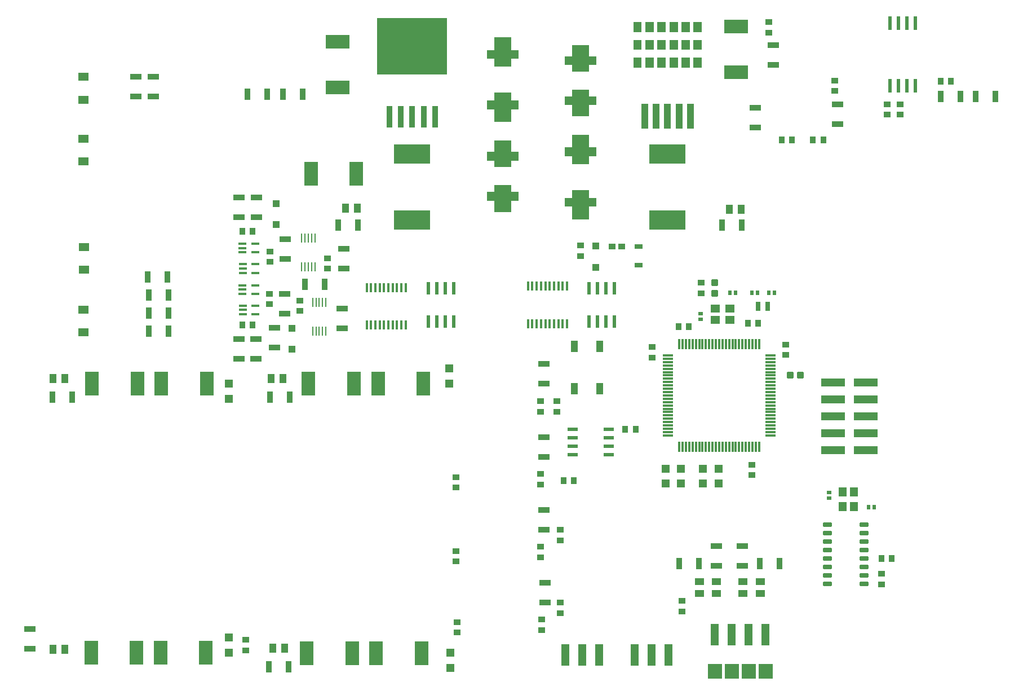
<source format=gbr>
%TF.GenerationSoftware,Altium Limited,Altium Designer,22.2.1 (43)*%
G04 Layer_Color=8421504*
%FSLAX44Y44*%
%MOMM*%
%TF.SameCoordinates,040CE2E0-B857-4D47-B26F-9B72162B56B4*%
%TF.FilePolarity,Positive*%
%TF.FileFunction,Paste,Top*%
%TF.Part,Single*%
G01*
G75*
%TA.AperFunction,SMDPad,CuDef*%
%ADD10R,0.3556X1.4732*%
G04:AMPARAMS|DCode=11|XSize=0.28mm|YSize=1.56mm|CornerRadius=0.035mm|HoleSize=0mm|Usage=FLASHONLY|Rotation=270.000|XOffset=0mm|YOffset=0mm|HoleType=Round|Shape=RoundedRectangle|*
%AMROUNDEDRECTD11*
21,1,0.2800,1.4900,0,0,270.0*
21,1,0.2100,1.5600,0,0,270.0*
1,1,0.0700,-0.7450,-0.1050*
1,1,0.0700,-0.7450,0.1050*
1,1,0.0700,0.7450,0.1050*
1,1,0.0700,0.7450,-0.1050*
%
%ADD11ROUNDEDRECTD11*%
G04:AMPARAMS|DCode=12|XSize=1.56mm|YSize=0.28mm|CornerRadius=0.035mm|HoleSize=0mm|Usage=FLASHONLY|Rotation=270.000|XOffset=0mm|YOffset=0mm|HoleType=Round|Shape=RoundedRectangle|*
%AMROUNDEDRECTD12*
21,1,1.5600,0.2100,0,0,270.0*
21,1,1.4900,0.2800,0,0,270.0*
1,1,0.0700,-0.1050,-0.7450*
1,1,0.0700,-0.1050,0.7450*
1,1,0.0700,0.1050,0.7450*
1,1,0.0700,0.1050,-0.7450*
%
%ADD12ROUNDEDRECTD12*%
%TA.AperFunction,ConnectorPad*%
%ADD13R,1.2700X3.1750*%
%TA.AperFunction,SMDPad,CuDef*%
%ADD14R,1.1000X1.4500*%
%ADD15R,1.2000X0.8000*%
%ADD16R,0.9800X0.9200*%
%ADD17R,1.0900X1.0800*%
%ADD18R,1.0000X0.9700*%
%ADD19R,1.2700X3.1800*%
%ADD20R,1.0000X1.7000*%
%ADD21R,0.5588X1.9812*%
%ADD22R,0.9200X0.9800*%
%ADD23R,1.1500X1.1500*%
%ADD24R,1.7300X0.9700*%
%ADD25R,0.2800X1.4700*%
%ADD26R,0.9700X1.7300*%
G04:AMPARAMS|DCode=27|XSize=1.19mm|YSize=0.4mm|CornerRadius=0.05mm|HoleSize=0mm|Usage=FLASHONLY|Rotation=0.000|XOffset=0mm|YOffset=0mm|HoleType=Round|Shape=RoundedRectangle|*
%AMROUNDEDRECTD27*
21,1,1.1900,0.3000,0,0,0.0*
21,1,1.0900,0.4000,0,0,0.0*
1,1,0.1000,0.5450,-0.1500*
1,1,0.1000,-0.5450,-0.1500*
1,1,0.1000,-0.5450,0.1500*
1,1,0.1000,0.5450,0.1500*
%
%ADD27ROUNDEDRECTD27*%
%ADD28R,0.5700X2.0200*%
%ADD29R,5.4000X2.9000*%
%ADD30R,2.0000X3.6000*%
%ADD32R,3.6000X2.0000*%
%ADD33R,0.6400X0.6000*%
%ADD34R,0.6000X0.6400*%
G04:AMPARAMS|DCode=35|XSize=0.94mm|YSize=1.02mm|CornerRadius=0.094mm|HoleSize=0mm|Usage=FLASHONLY|Rotation=270.000|XOffset=0mm|YOffset=0mm|HoleType=Round|Shape=RoundedRectangle|*
%AMROUNDEDRECTD35*
21,1,0.9400,0.8320,0,0,270.0*
21,1,0.7520,1.0200,0,0,270.0*
1,1,0.1880,-0.4160,-0.3760*
1,1,0.1880,-0.4160,0.3760*
1,1,0.1880,0.4160,0.3760*
1,1,0.1880,0.4160,-0.3760*
%
%ADD35ROUNDEDRECTD35*%
%ADD36R,0.7500X1.4000*%
G04:AMPARAMS|DCode=37|XSize=0.94mm|YSize=1.02mm|CornerRadius=0.094mm|HoleSize=0mm|Usage=FLASHONLY|Rotation=180.000|XOffset=0mm|YOffset=0mm|HoleType=Round|Shape=RoundedRectangle|*
%AMROUNDEDRECTD37*
21,1,0.9400,0.8320,0,0,180.0*
21,1,0.7520,1.0200,0,0,180.0*
1,1,0.1880,-0.3760,0.4160*
1,1,0.1880,0.3760,0.4160*
1,1,0.1880,0.3760,-0.4160*
1,1,0.1880,-0.3760,-0.4160*
%
%ADD37ROUNDEDRECTD37*%
%ADD38R,3.6800X1.2700*%
%ADD39R,1.2000X1.4000*%
G04:AMPARAMS|DCode=40|XSize=1.31mm|YSize=0.62mm|CornerRadius=0.0775mm|HoleSize=0mm|Usage=FLASHONLY|Rotation=180.000|XOffset=0mm|YOffset=0mm|HoleType=Round|Shape=RoundedRectangle|*
%AMROUNDEDRECTD40*
21,1,1.3100,0.4650,0,0,180.0*
21,1,1.1550,0.6200,0,0,180.0*
1,1,0.1550,-0.5775,0.2325*
1,1,0.1550,0.5775,0.2325*
1,1,0.1550,0.5775,-0.2325*
1,1,0.1550,-0.5775,-0.2325*
%
%ADD40ROUNDEDRECTD40*%
%ADD41R,1.5600X0.6200*%
%ADD42R,0.9900X3.7900*%
%ADD46R,1.5000X1.2500*%
%ADD47R,1.1500X1.1500*%
%ADD48R,1.4500X1.1000*%
%ADD49R,1.4000X1.2000*%
%ADD148R,0.9000X3.3000*%
%ADD149R,10.6000X8.5000*%
G36*
X1287210Y1234410D02*
X1274710D01*
Y1249610D01*
X1287210D01*
Y1234410D01*
D02*
G37*
G36*
X1269110D02*
X1256610D01*
Y1249610D01*
X1269110D01*
Y1234410D01*
D02*
G37*
G36*
X1251010D02*
X1238510D01*
Y1249610D01*
X1251010D01*
Y1234410D01*
D02*
G37*
G36*
X1232910D02*
X1220410D01*
Y1249610D01*
X1232910D01*
Y1234410D01*
D02*
G37*
G36*
X1214810D02*
X1202310D01*
Y1249610D01*
X1214810D01*
Y1234410D01*
D02*
G37*
G36*
X1196710D02*
X1184210D01*
Y1249610D01*
X1196710D01*
Y1234410D01*
D02*
G37*
G36*
X1287210Y1208110D02*
X1274710D01*
Y1223310D01*
X1287210D01*
Y1208110D01*
D02*
G37*
G36*
X1269110D02*
X1256610D01*
Y1223310D01*
X1269110D01*
Y1208110D01*
D02*
G37*
G36*
X1251010D02*
X1238510D01*
Y1223310D01*
X1251010D01*
Y1208110D01*
D02*
G37*
G36*
X1232910D02*
X1220410D01*
Y1223310D01*
X1232910D01*
Y1208110D01*
D02*
G37*
G36*
X1214810D02*
X1202310D01*
Y1223310D01*
X1214810D01*
Y1208110D01*
D02*
G37*
G36*
X1196710D02*
X1184210D01*
Y1223310D01*
X1196710D01*
Y1208110D01*
D02*
G37*
G36*
X1000560Y1207920D02*
X1011560D01*
Y1194920D01*
X1000560D01*
Y1182920D01*
X975560D01*
Y1194920D01*
X964560D01*
Y1207920D01*
X975560D01*
Y1226920D01*
X1000560D01*
Y1207920D01*
D02*
G37*
G36*
X1287210Y1181810D02*
X1274710D01*
Y1197010D01*
X1287210D01*
Y1181810D01*
D02*
G37*
G36*
X1269110D02*
X1256610D01*
Y1197010D01*
X1269110D01*
Y1181810D01*
D02*
G37*
G36*
X1251010D02*
X1238510D01*
Y1197010D01*
X1251010D01*
Y1181810D01*
D02*
G37*
G36*
X1232910D02*
X1220410D01*
Y1197010D01*
X1232910D01*
Y1181810D01*
D02*
G37*
G36*
X1214810D02*
X1202310D01*
Y1197010D01*
X1214810D01*
Y1181810D01*
D02*
G37*
G36*
X1196710D02*
X1184210D01*
Y1197010D01*
X1196710D01*
Y1181810D01*
D02*
G37*
G36*
X1117400Y1198550D02*
X1128400D01*
Y1185550D01*
X1117400D01*
Y1175550D01*
X1092400D01*
Y1185550D01*
X1081400D01*
Y1198550D01*
X1092400D01*
Y1215550D01*
X1117400D01*
Y1198550D01*
D02*
G37*
G36*
Y1138550D02*
X1128400D01*
Y1125550D01*
X1117400D01*
Y1108550D01*
X1092400D01*
Y1125550D01*
X1081400D01*
Y1138550D01*
X1092400D01*
Y1148550D01*
X1117400D01*
Y1138550D01*
D02*
G37*
G36*
X1000560Y1131920D02*
X1011560D01*
Y1118920D01*
X1000560D01*
Y1099920D01*
X975560D01*
Y1118920D01*
X964560D01*
Y1131920D01*
X975560D01*
Y1143920D01*
X1000560D01*
Y1131920D01*
D02*
G37*
G36*
X1117400Y1061770D02*
X1128400D01*
Y1048770D01*
X1117400D01*
Y1036770D01*
X1092400D01*
Y1048770D01*
X1081400D01*
Y1061770D01*
X1092400D01*
Y1080770D01*
X1117400D01*
Y1061770D01*
D02*
G37*
G36*
X1000560Y1055040D02*
X1011560D01*
Y1042040D01*
X1000560D01*
Y1032040D01*
X975560D01*
Y1042040D01*
X964560D01*
Y1055040D01*
X975560D01*
Y1072040D01*
X1000560D01*
Y1055040D01*
D02*
G37*
G36*
Y995040D02*
X1011560D01*
Y982040D01*
X1000560D01*
Y965040D01*
X975560D01*
Y982040D01*
X964560D01*
Y995040D01*
X975560D01*
Y1005040D01*
X1000560D01*
Y995040D01*
D02*
G37*
G36*
X1117400Y985770D02*
X1128400D01*
Y972770D01*
X1117400D01*
Y953770D01*
X1092400D01*
Y972770D01*
X1081400D01*
Y985770D01*
X1092400D01*
Y997770D01*
X1117400D01*
Y985770D01*
D02*
G37*
G36*
X1393830Y264790D02*
X1372230D01*
Y286390D01*
X1393830D01*
Y264790D01*
D02*
G37*
G36*
X1368430D02*
X1346830D01*
Y286390D01*
X1368430D01*
Y264790D01*
D02*
G37*
G36*
X1343030D02*
X1321430D01*
Y286390D01*
X1343030D01*
Y264790D01*
D02*
G37*
G36*
X1317630D02*
X1296030D01*
Y286390D01*
X1317630D01*
Y264790D01*
D02*
G37*
D10*
X783844Y851408D02*
D03*
X790194D02*
D03*
X796798D02*
D03*
X803402D02*
D03*
X809752D02*
D03*
X816356D02*
D03*
X822706D02*
D03*
X829310D02*
D03*
X835914D02*
D03*
X842264D02*
D03*
Y795020D02*
D03*
X835914D02*
D03*
X829310D02*
D03*
X822706D02*
D03*
X816356D02*
D03*
X809752D02*
D03*
X803402D02*
D03*
X796798D02*
D03*
X790194D02*
D03*
X783844D02*
D03*
X1026160Y797306D02*
D03*
X1032510D02*
D03*
X1039114D02*
D03*
X1045718D02*
D03*
X1052068D02*
D03*
X1058672D02*
D03*
X1065022D02*
D03*
X1071626D02*
D03*
X1078230D02*
D03*
X1084580D02*
D03*
Y853694D02*
D03*
X1078230D02*
D03*
X1071626D02*
D03*
X1065022D02*
D03*
X1058672D02*
D03*
X1052068D02*
D03*
X1045718D02*
D03*
X1039114D02*
D03*
X1032510D02*
D03*
X1026160D02*
D03*
D11*
X1236380Y749610D02*
D03*
Y744610D02*
D03*
Y739610D02*
D03*
Y734610D02*
D03*
Y729610D02*
D03*
Y724610D02*
D03*
Y719610D02*
D03*
Y714610D02*
D03*
Y709610D02*
D03*
Y704610D02*
D03*
Y699610D02*
D03*
Y694610D02*
D03*
Y689610D02*
D03*
Y684610D02*
D03*
Y679610D02*
D03*
Y674610D02*
D03*
Y669610D02*
D03*
Y664610D02*
D03*
Y659610D02*
D03*
Y654610D02*
D03*
Y649610D02*
D03*
Y644610D02*
D03*
Y639610D02*
D03*
Y634610D02*
D03*
Y629610D02*
D03*
X1389980D02*
D03*
Y634610D02*
D03*
Y639610D02*
D03*
Y644610D02*
D03*
Y649610D02*
D03*
Y654610D02*
D03*
Y659610D02*
D03*
Y664610D02*
D03*
Y669610D02*
D03*
Y674610D02*
D03*
Y679610D02*
D03*
Y684610D02*
D03*
Y689610D02*
D03*
Y694610D02*
D03*
Y699610D02*
D03*
Y704610D02*
D03*
Y709610D02*
D03*
Y714610D02*
D03*
Y719610D02*
D03*
Y724610D02*
D03*
Y729610D02*
D03*
Y734610D02*
D03*
Y739610D02*
D03*
Y744610D02*
D03*
Y749610D02*
D03*
D12*
X1373180Y766410D02*
D03*
X1368180D02*
D03*
X1363180D02*
D03*
X1358180D02*
D03*
X1353180D02*
D03*
X1348180D02*
D03*
X1343180D02*
D03*
X1338180D02*
D03*
X1333180D02*
D03*
X1328180D02*
D03*
X1323180D02*
D03*
X1318180D02*
D03*
X1313180D02*
D03*
X1308180D02*
D03*
X1303180D02*
D03*
X1298180D02*
D03*
X1293180D02*
D03*
X1288180D02*
D03*
X1283180D02*
D03*
X1278180D02*
D03*
X1273180D02*
D03*
X1268180D02*
D03*
X1263180D02*
D03*
X1258180D02*
D03*
X1253180D02*
D03*
Y612810D02*
D03*
X1258180D02*
D03*
X1263180D02*
D03*
X1268180D02*
D03*
X1273180D02*
D03*
X1278180D02*
D03*
X1283180D02*
D03*
X1288180D02*
D03*
X1293180D02*
D03*
X1298180D02*
D03*
X1303180D02*
D03*
X1308180D02*
D03*
X1313180D02*
D03*
X1318180D02*
D03*
X1323180D02*
D03*
X1328180D02*
D03*
X1333180D02*
D03*
X1338180D02*
D03*
X1343180D02*
D03*
X1348180D02*
D03*
X1353180D02*
D03*
X1358180D02*
D03*
X1363180D02*
D03*
X1368180D02*
D03*
X1373180D02*
D03*
D13*
X1383030Y330700D02*
D03*
X1357630D02*
D03*
X1332230D02*
D03*
X1306830D02*
D03*
D14*
X1328310Y969010D02*
D03*
X1346310D02*
D03*
X769730Y970280D02*
D03*
X751730D02*
D03*
X639970Y715010D02*
D03*
X657970D02*
D03*
X312310D02*
D03*
X330310D02*
D03*
X330420Y308610D02*
D03*
X312420D02*
D03*
X660510Y309880D02*
D03*
X642510D02*
D03*
D15*
X1192530Y885190D02*
D03*
Y913190D02*
D03*
D16*
X1104900Y899030D02*
D03*
Y914530D02*
D03*
X683260Y831980D02*
D03*
Y816480D02*
D03*
X637540Y842140D02*
D03*
Y826640D02*
D03*
X725170Y879980D02*
D03*
Y895480D02*
D03*
X638810Y905640D02*
D03*
Y890140D02*
D03*
X1584960Y1111120D02*
D03*
Y1126620D02*
D03*
X1565910Y1111120D02*
D03*
Y1126620D02*
D03*
X1362710Y585600D02*
D03*
Y570100D02*
D03*
X1388110Y1249810D02*
D03*
Y1234310D02*
D03*
X1487170Y1146680D02*
D03*
Y1162180D02*
D03*
X1286510Y843150D02*
D03*
Y858650D02*
D03*
X1413510Y765940D02*
D03*
Y750440D02*
D03*
X1557020Y406270D02*
D03*
Y421770D02*
D03*
X601980Y307210D02*
D03*
Y322710D02*
D03*
X1045210Y556130D02*
D03*
Y571630D02*
D03*
X1074420Y472310D02*
D03*
Y487810D02*
D03*
X1045210Y462410D02*
D03*
Y446910D02*
D03*
X1046480Y353190D02*
D03*
Y337690D02*
D03*
X1074420Y363090D02*
D03*
Y378590D02*
D03*
X1257300Y381130D02*
D03*
Y365630D02*
D03*
X918210Y440690D02*
D03*
Y456190D02*
D03*
X1212850Y762130D02*
D03*
Y746630D02*
D03*
X1045210Y665350D02*
D03*
Y680850D02*
D03*
X1069340D02*
D03*
Y665350D02*
D03*
X919480Y333880D02*
D03*
Y349380D02*
D03*
X918210Y551180D02*
D03*
Y566680D02*
D03*
D17*
X1127760Y882140D02*
D03*
Y913640D02*
D03*
X671830Y758950D02*
D03*
Y790450D02*
D03*
X647700Y977650D02*
D03*
Y946150D02*
D03*
D18*
X1166860Y913130D02*
D03*
X1152160D02*
D03*
D19*
X1186180Y300450D02*
D03*
X1211580D02*
D03*
X1236980D02*
D03*
X1132840D02*
D03*
X1107440D02*
D03*
X1082040D02*
D03*
D20*
X1134060Y763020D02*
D03*
Y700020D02*
D03*
X1096060D02*
D03*
Y763020D02*
D03*
D21*
X1155700Y800862D02*
D03*
X1143000D02*
D03*
X1130300D02*
D03*
X1117600D02*
D03*
Y850138D02*
D03*
X1130300D02*
D03*
X1143000D02*
D03*
X1155700D02*
D03*
X876300D02*
D03*
X889000D02*
D03*
X901700D02*
D03*
X914400D02*
D03*
Y800862D02*
D03*
X901700D02*
D03*
X889000D02*
D03*
X876300D02*
D03*
D22*
X1556890Y444500D02*
D03*
X1572390D02*
D03*
X1094870Y561340D02*
D03*
X1079370D02*
D03*
X612270Y935990D02*
D03*
X596770D02*
D03*
X1645920Y1160780D02*
D03*
X1661420D02*
D03*
X1454020Y1073150D02*
D03*
X1469520D02*
D03*
X1422530D02*
D03*
X1407030D02*
D03*
X1267590Y792480D02*
D03*
X1252090D02*
D03*
X1356230Y797560D02*
D03*
X1371730D02*
D03*
X1172080Y638810D02*
D03*
X1187580D02*
D03*
X596770Y795020D02*
D03*
X612270D02*
D03*
D23*
X1312230Y557530D02*
D03*
X1288730D02*
D03*
Y579120D02*
D03*
X1312230D02*
D03*
X1232530D02*
D03*
X1256030D02*
D03*
Y557530D02*
D03*
X1232530D02*
D03*
D24*
X746760Y819980D02*
D03*
Y790380D02*
D03*
X660400Y841570D02*
D03*
Y811970D02*
D03*
X749300Y909710D02*
D03*
Y880110D02*
D03*
X661670Y924120D02*
D03*
Y894520D02*
D03*
X1490980Y1126050D02*
D03*
Y1096450D02*
D03*
X1367790Y1120970D02*
D03*
Y1091370D02*
D03*
X1394460Y1185350D02*
D03*
Y1214950D02*
D03*
X1050290Y707390D02*
D03*
Y736990D02*
D03*
X645160Y790770D02*
D03*
Y761170D02*
D03*
X617220Y774260D02*
D03*
Y744660D02*
D03*
X591820D02*
D03*
Y774260D02*
D03*
X618490Y986350D02*
D03*
Y956750D02*
D03*
X591820Y986350D02*
D03*
Y956750D02*
D03*
X463550Y1138360D02*
D03*
Y1167960D02*
D03*
X436880Y1138360D02*
D03*
Y1167960D02*
D03*
X278130Y338650D02*
D03*
Y309050D02*
D03*
X1050290Y597340D02*
D03*
Y626940D02*
D03*
Y488120D02*
D03*
Y517720D02*
D03*
X1051560Y378900D02*
D03*
Y408500D02*
D03*
X1348280Y463220D02*
D03*
Y433620D02*
D03*
X1308910Y463220D02*
D03*
Y433620D02*
D03*
D25*
X702470Y829220D02*
D03*
X707470D02*
D03*
X712470D02*
D03*
X717470D02*
D03*
X722470D02*
D03*
Y786220D02*
D03*
X717470D02*
D03*
X712470D02*
D03*
X707470D02*
D03*
X702470D02*
D03*
X705960Y882740D02*
D03*
X700960D02*
D03*
X695960D02*
D03*
X690960D02*
D03*
X685960D02*
D03*
Y925740D02*
D03*
X690960D02*
D03*
X695960D02*
D03*
X700960D02*
D03*
X705960D02*
D03*
D26*
X720920Y855980D02*
D03*
X691320D02*
D03*
X1698430Y1137920D02*
D03*
X1728030D02*
D03*
X1675960D02*
D03*
X1646360D02*
D03*
X740850Y944880D02*
D03*
X770450D02*
D03*
X1347030D02*
D03*
X1317430D02*
D03*
X658300Y1141730D02*
D03*
X687900D02*
D03*
X604960D02*
D03*
X634560D02*
D03*
X668410Y687070D02*
D03*
X638810D02*
D03*
X311590D02*
D03*
X341190D02*
D03*
X636710Y281940D02*
D03*
X666310D02*
D03*
X1404180Y436990D02*
D03*
X1374580D02*
D03*
X1253470Y436990D02*
D03*
X1283070D02*
D03*
X456370Y786130D02*
D03*
X485970D02*
D03*
Y840317D02*
D03*
X456370D02*
D03*
X485970Y813223D02*
D03*
X456370D02*
D03*
X455100Y867410D02*
D03*
X484700D02*
D03*
D27*
X616660Y824380D02*
D03*
Y811380D02*
D03*
X597460D02*
D03*
Y817880D02*
D03*
Y824380D02*
D03*
X616100Y854860D02*
D03*
Y841860D02*
D03*
X596900D02*
D03*
Y848360D02*
D03*
Y854860D02*
D03*
X616660Y886610D02*
D03*
Y873610D02*
D03*
X597460D02*
D03*
Y880110D02*
D03*
Y886610D02*
D03*
X616100Y917240D02*
D03*
Y904240D02*
D03*
X596900D02*
D03*
Y910740D02*
D03*
Y917240D02*
D03*
D28*
X1569720Y1248220D02*
D03*
X1582420D02*
D03*
X1595120D02*
D03*
X1607820D02*
D03*
Y1154620D02*
D03*
X1595120D02*
D03*
X1582420D02*
D03*
X1569720D02*
D03*
D29*
X852170Y1051530D02*
D03*
Y952530D02*
D03*
X1235710Y1051530D02*
D03*
Y952530D02*
D03*
D30*
X768060Y1022350D02*
D03*
X700060D02*
D03*
X543270Y707390D02*
D03*
X475270D02*
D03*
X371130D02*
D03*
X439130D02*
D03*
X797850Y302260D02*
D03*
X865850D02*
D03*
X761710D02*
D03*
X693710D02*
D03*
X474000Y303530D02*
D03*
X542000D02*
D03*
X437860D02*
D03*
X369860D02*
D03*
X696250Y707390D02*
D03*
X764250D02*
D03*
X800630D02*
D03*
X868630D02*
D03*
D32*
X1338580Y1243040D02*
D03*
Y1175040D02*
D03*
X740410Y1152180D02*
D03*
Y1220180D02*
D03*
D33*
X1285240Y803460D02*
D03*
Y811980D02*
D03*
X1478280Y544010D02*
D03*
Y535490D02*
D03*
D34*
X1329240Y843280D02*
D03*
X1337760D02*
D03*
X1370780D02*
D03*
X1362260D02*
D03*
X1387660D02*
D03*
X1396180D02*
D03*
X1537520Y521970D02*
D03*
X1546040D02*
D03*
D35*
X1306830Y858800D02*
D03*
Y843000D02*
D03*
D36*
X1386470Y822960D02*
D03*
X1371970D02*
D03*
D37*
X1435380Y720090D02*
D03*
X1419580D02*
D03*
D38*
X1533510Y607060D02*
D03*
X1484010D02*
D03*
X1533510Y632460D02*
D03*
X1484010D02*
D03*
X1533510Y657860D02*
D03*
X1484010D02*
D03*
X1533510Y683260D02*
D03*
X1484010D02*
D03*
X1533510Y708660D02*
D03*
X1484010D02*
D03*
D39*
X1498990Y544400D02*
D03*
Y522400D02*
D03*
X1515990D02*
D03*
Y544400D02*
D03*
D40*
X1476180Y406400D02*
D03*
Y419100D02*
D03*
X1531180Y495300D02*
D03*
X1476180Y482600D02*
D03*
X1531180D02*
D03*
Y457200D02*
D03*
X1476180Y495300D02*
D03*
X1531180Y469900D02*
D03*
X1476180D02*
D03*
Y457200D02*
D03*
Y431800D02*
D03*
X1531180Y444500D02*
D03*
Y431800D02*
D03*
Y406400D02*
D03*
X1476180Y444500D02*
D03*
X1531180Y419100D02*
D03*
D41*
X1147070Y638810D02*
D03*
Y626110D02*
D03*
Y613410D02*
D03*
Y600710D02*
D03*
X1093470D02*
D03*
Y613410D02*
D03*
Y626110D02*
D03*
Y638810D02*
D03*
D42*
X1201710Y1108210D02*
D03*
X1218710D02*
D03*
X1235710D02*
D03*
X1252710D02*
D03*
X1269710D02*
D03*
D46*
X358140Y1167870D02*
D03*
Y1133370D02*
D03*
Y1040660D02*
D03*
Y1075160D02*
D03*
X359410Y912600D02*
D03*
Y878100D02*
D03*
X358140Y818620D02*
D03*
Y784120D02*
D03*
D47*
X576580Y684210D02*
D03*
Y707710D02*
D03*
X909320Y280350D02*
D03*
Y303850D02*
D03*
X576580Y303210D02*
D03*
Y326710D02*
D03*
X908050Y707070D02*
D03*
Y730570D02*
D03*
D48*
X1375410Y410430D02*
D03*
Y392430D02*
D03*
X1348741Y410430D02*
D03*
Y392430D02*
D03*
X1308910Y410430D02*
D03*
Y392430D02*
D03*
X1283510Y410320D02*
D03*
Y392320D02*
D03*
D49*
X1329260Y820030D02*
D03*
X1307260D02*
D03*
Y803030D02*
D03*
X1329260D02*
D03*
D148*
X818170Y1107440D02*
D03*
X835170D02*
D03*
X852170D02*
D03*
X869170D02*
D03*
X886170D02*
D03*
D149*
X852170Y1213440D02*
D03*
%TF.MD5,01ed31d2b6c2b85ad663904f7f2d3719*%
M02*

</source>
